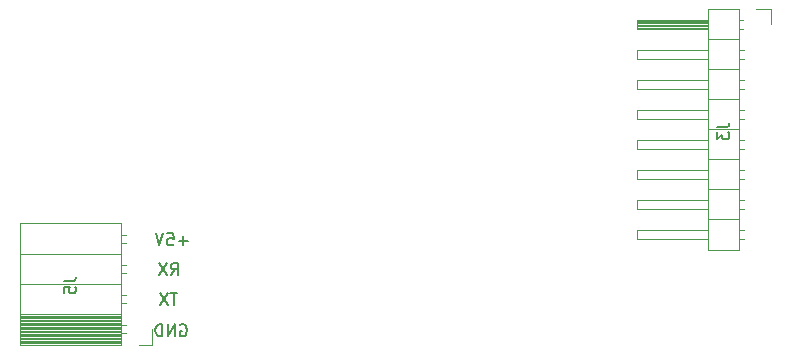
<source format=gbr>
%TF.GenerationSoftware,KiCad,Pcbnew,(6.0.1)*%
%TF.CreationDate,2022-10-05T00:35:00-05:00*%
%TF.ProjectId,PCBFiles_Node,50434246-696c-4657-935f-4e6f64652e6b,rev?*%
%TF.SameCoordinates,Original*%
%TF.FileFunction,Legend,Bot*%
%TF.FilePolarity,Positive*%
%FSLAX46Y46*%
G04 Gerber Fmt 4.6, Leading zero omitted, Abs format (unit mm)*
G04 Created by KiCad (PCBNEW (6.0.1)) date 2022-10-05 00:35:00*
%MOMM*%
%LPD*%
G01*
G04 APERTURE LIST*
%ADD10C,0.150000*%
%ADD11C,0.120000*%
G04 APERTURE END LIST*
D10*
X55061904Y-108352380D02*
X54490476Y-108352380D01*
X54776190Y-109352380D02*
X54776190Y-108352380D01*
X54252380Y-108352380D02*
X53585714Y-109352380D01*
X53585714Y-108352380D02*
X54252380Y-109352380D01*
X54516666Y-106802380D02*
X54850000Y-106326190D01*
X55088095Y-106802380D02*
X55088095Y-105802380D01*
X54707142Y-105802380D01*
X54611904Y-105850000D01*
X54564285Y-105897619D01*
X54516666Y-105992857D01*
X54516666Y-106135714D01*
X54564285Y-106230952D01*
X54611904Y-106278571D01*
X54707142Y-106326190D01*
X55088095Y-106326190D01*
X54183333Y-105802380D02*
X53516666Y-106802380D01*
X53516666Y-105802380D02*
X54183333Y-106802380D01*
X55311904Y-111050000D02*
X55407142Y-111002380D01*
X55550000Y-111002380D01*
X55692857Y-111050000D01*
X55788095Y-111145238D01*
X55835714Y-111240476D01*
X55883333Y-111430952D01*
X55883333Y-111573809D01*
X55835714Y-111764285D01*
X55788095Y-111859523D01*
X55692857Y-111954761D01*
X55550000Y-112002380D01*
X55454761Y-112002380D01*
X55311904Y-111954761D01*
X55264285Y-111907142D01*
X55264285Y-111573809D01*
X55454761Y-111573809D01*
X54835714Y-112002380D02*
X54835714Y-111002380D01*
X54264285Y-112002380D01*
X54264285Y-111002380D01*
X53788095Y-112002380D02*
X53788095Y-111002380D01*
X53550000Y-111002380D01*
X53407142Y-111050000D01*
X53311904Y-111145238D01*
X53264285Y-111240476D01*
X53216666Y-111430952D01*
X53216666Y-111573809D01*
X53264285Y-111764285D01*
X53311904Y-111859523D01*
X53407142Y-111954761D01*
X53550000Y-112002380D01*
X53788095Y-112002380D01*
X55935714Y-103921428D02*
X55173809Y-103921428D01*
X55554761Y-104302380D02*
X55554761Y-103540476D01*
X54221428Y-103302380D02*
X54697619Y-103302380D01*
X54745238Y-103778571D01*
X54697619Y-103730952D01*
X54602380Y-103683333D01*
X54364285Y-103683333D01*
X54269047Y-103730952D01*
X54221428Y-103778571D01*
X54173809Y-103873809D01*
X54173809Y-104111904D01*
X54221428Y-104207142D01*
X54269047Y-104254761D01*
X54364285Y-104302380D01*
X54602380Y-104302380D01*
X54697619Y-104254761D01*
X54745238Y-104207142D01*
X53888095Y-103302380D02*
X53554761Y-104302380D01*
X53221428Y-103302380D01*
%TO.C,J5*%
X45477380Y-107366666D02*
X46191666Y-107366666D01*
X46334523Y-107319047D01*
X46429761Y-107223809D01*
X46477380Y-107080952D01*
X46477380Y-106985714D01*
X45477380Y-108319047D02*
X45477380Y-107842857D01*
X45953571Y-107795238D01*
X45905952Y-107842857D01*
X45858333Y-107938095D01*
X45858333Y-108176190D01*
X45905952Y-108271428D01*
X45953571Y-108319047D01*
X46048809Y-108366666D01*
X46286904Y-108366666D01*
X46382142Y-108319047D01*
X46429761Y-108271428D01*
X46477380Y-108176190D01*
X46477380Y-107938095D01*
X46429761Y-107842857D01*
X46382142Y-107795238D01*
%TO.C,J3*%
X100782380Y-94316666D02*
X101496666Y-94316666D01*
X101639523Y-94269047D01*
X101734761Y-94173809D01*
X101782380Y-94030952D01*
X101782380Y-93935714D01*
X100782380Y-94697619D02*
X100782380Y-95316666D01*
X101163333Y-94983333D01*
X101163333Y-95126190D01*
X101210952Y-95221428D01*
X101258571Y-95269047D01*
X101353809Y-95316666D01*
X101591904Y-95316666D01*
X101687142Y-95269047D01*
X101734761Y-95221428D01*
X101782380Y-95126190D01*
X101782380Y-94840476D01*
X101734761Y-94745238D01*
X101687142Y-94697619D01*
D11*
%TO.C,J5*%
X41710000Y-110602385D02*
X50340000Y-110602385D01*
X50340000Y-104140000D02*
X50750000Y-104140000D01*
X50340000Y-103420000D02*
X50750000Y-103420000D01*
X41710000Y-112137620D02*
X50340000Y-112137620D01*
X41710000Y-112255715D02*
X50340000Y-112255715D01*
X41710000Y-105050000D02*
X50340000Y-105050000D01*
X50340000Y-112730000D02*
X50340000Y-102450000D01*
X50340000Y-106680000D02*
X50750000Y-106680000D01*
X41710000Y-107590000D02*
X50340000Y-107590000D01*
X41710000Y-111310955D02*
X50340000Y-111310955D01*
X50340000Y-108500000D02*
X50750000Y-108500000D01*
X41710000Y-112730000D02*
X41710000Y-102450000D01*
X41710000Y-110248100D02*
X50340000Y-110248100D01*
X41710000Y-111665240D02*
X50340000Y-111665240D01*
X41710000Y-111901430D02*
X50340000Y-111901430D01*
X50340000Y-111040000D02*
X50690000Y-111040000D01*
X41710000Y-110484290D02*
X50340000Y-110484290D01*
X41710000Y-112730000D02*
X50340000Y-112730000D01*
X41710000Y-102450000D02*
X50340000Y-102450000D01*
X41710000Y-111547145D02*
X50340000Y-111547145D01*
X50340000Y-105960000D02*
X50750000Y-105960000D01*
X41710000Y-111074765D02*
X50340000Y-111074765D01*
X41710000Y-110720480D02*
X50340000Y-110720480D01*
X41710000Y-111429050D02*
X50340000Y-111429050D01*
X41710000Y-111783335D02*
X50340000Y-111783335D01*
X41710000Y-112019525D02*
X50340000Y-112019525D01*
X50340000Y-111760000D02*
X50690000Y-111760000D01*
X41710000Y-110366195D02*
X50340000Y-110366195D01*
X50340000Y-109220000D02*
X50750000Y-109220000D01*
X41710000Y-112610000D02*
X50340000Y-112610000D01*
X41710000Y-110838575D02*
X50340000Y-110838575D01*
X51800000Y-112730000D02*
X52910000Y-112730000D01*
X41710000Y-110956670D02*
X50340000Y-110956670D01*
X41710000Y-111192860D02*
X50340000Y-111192860D01*
X41710000Y-110130000D02*
X50340000Y-110130000D01*
X41710000Y-112491905D02*
X50340000Y-112491905D01*
X52910000Y-112730000D02*
X52910000Y-111400000D01*
X41710000Y-112373810D02*
X50340000Y-112373810D01*
%TO.C,J3*%
X100000000Y-85640000D02*
X94000000Y-85640000D01*
X102660000Y-94490000D02*
X100000000Y-94490000D01*
X100000000Y-87760000D02*
X94000000Y-87760000D01*
X105370000Y-85600000D02*
X105370000Y-84330000D01*
X103057071Y-98680000D02*
X102660000Y-98680000D01*
X94000000Y-91060000D02*
X100000000Y-91060000D01*
X103057071Y-100460000D02*
X102660000Y-100460000D01*
X94000000Y-85980000D02*
X100000000Y-85980000D01*
X94000000Y-88520000D02*
X100000000Y-88520000D01*
X103057071Y-101220000D02*
X102660000Y-101220000D01*
X103057071Y-95380000D02*
X102660000Y-95380000D01*
X100000000Y-85220000D02*
X94000000Y-85220000D01*
X100000000Y-90300000D02*
X94000000Y-90300000D01*
X102990000Y-85220000D02*
X102660000Y-85220000D01*
X103057071Y-91060000D02*
X102660000Y-91060000D01*
X100000000Y-97920000D02*
X94000000Y-97920000D01*
X103057071Y-103000000D02*
X102660000Y-103000000D01*
X94000000Y-96140000D02*
X100000000Y-96140000D01*
X103057071Y-103760000D02*
X102660000Y-103760000D01*
X100000000Y-84270000D02*
X102660000Y-84270000D01*
X94000000Y-103760000D02*
X100000000Y-103760000D01*
X94000000Y-87760000D02*
X94000000Y-88520000D01*
X100000000Y-85280000D02*
X94000000Y-85280000D01*
X100000000Y-85520000D02*
X94000000Y-85520000D01*
X100000000Y-103000000D02*
X94000000Y-103000000D01*
X103057071Y-88520000D02*
X102660000Y-88520000D01*
X103057071Y-92840000D02*
X102660000Y-92840000D01*
X94000000Y-93600000D02*
X100000000Y-93600000D01*
X100000000Y-95380000D02*
X94000000Y-95380000D01*
X94000000Y-101220000D02*
X100000000Y-101220000D01*
X102660000Y-99570000D02*
X100000000Y-99570000D01*
X100000000Y-85400000D02*
X94000000Y-85400000D01*
X94000000Y-98680000D02*
X100000000Y-98680000D01*
X102660000Y-104710000D02*
X100000000Y-104710000D01*
X100000000Y-104710000D02*
X100000000Y-84270000D01*
X102660000Y-97030000D02*
X100000000Y-97030000D01*
X94000000Y-97920000D02*
X94000000Y-98680000D01*
X102660000Y-89410000D02*
X100000000Y-89410000D01*
X102660000Y-86870000D02*
X100000000Y-86870000D01*
X105370000Y-84330000D02*
X104100000Y-84330000D01*
X100000000Y-100460000D02*
X94000000Y-100460000D01*
X102660000Y-91950000D02*
X100000000Y-91950000D01*
X103057071Y-87760000D02*
X102660000Y-87760000D01*
X100000000Y-85760000D02*
X94000000Y-85760000D01*
X94000000Y-85220000D02*
X94000000Y-85980000D01*
X94000000Y-100460000D02*
X94000000Y-101220000D01*
X103057071Y-90300000D02*
X102660000Y-90300000D01*
X100000000Y-85880000D02*
X94000000Y-85880000D01*
X94000000Y-92840000D02*
X94000000Y-93600000D01*
X94000000Y-90300000D02*
X94000000Y-91060000D01*
X103057071Y-97920000D02*
X102660000Y-97920000D01*
X94000000Y-103000000D02*
X94000000Y-103760000D01*
X102660000Y-102110000D02*
X100000000Y-102110000D01*
X103057071Y-93600000D02*
X102660000Y-93600000D01*
X94000000Y-95380000D02*
X94000000Y-96140000D01*
X100000000Y-92840000D02*
X94000000Y-92840000D01*
X103057071Y-96140000D02*
X102660000Y-96140000D01*
X102660000Y-84270000D02*
X102660000Y-104710000D01*
X102990000Y-85980000D02*
X102660000Y-85980000D01*
%TD*%
M02*

</source>
